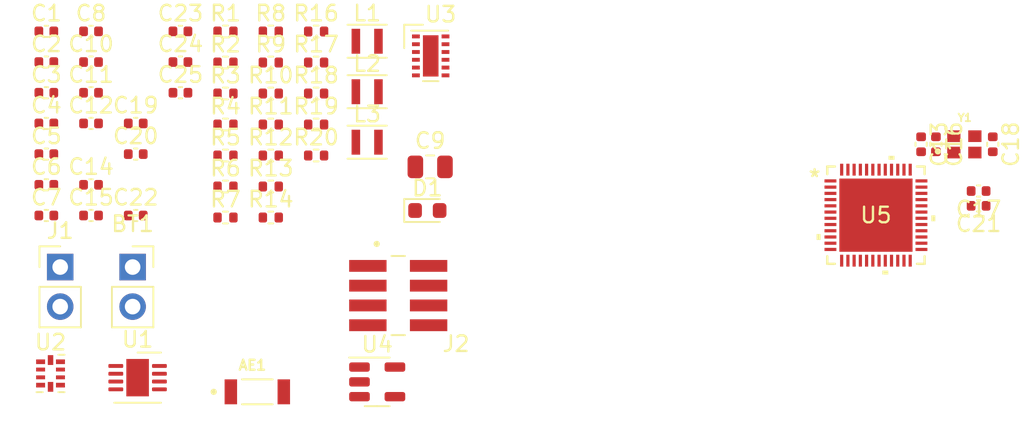
<source format=kicad_pcb>
(kicad_pcb (version 20221018) (generator pcbnew)
  (layers (0 "F.Cu" signal) (1 "In1.Cu" power) (2 "In2.Cu" power) (31 "B.Cu" signal) (34 "B.Paste" user) (35 "F.Paste" user) (36 "B.SilkS" user "B.Silkscreen") (37 "F.SilkS" user "F.Silkscreen") (38 "B.Mask" user) (39 "F.Mask" user) (44 "Edge.Cuts" user))
  (net 0 "")
  (net 1 "GND")
  (net 2 "+3V3")
  (net 3 "Net-(AE1-FEED)")
  (net 5 "Net-(BT1-+)")
  (net 6 "Net-(U1-OUT)")
  (net 7 "Net-(C1-Pad2)")
  (net 8 "Net-(U2-IN1+)")
  (net 9 "Net-(C2-Pad2)")
  (net 10 "Net-(U2-OUT2)")
  (net 11 "Net-(C3-Pad2)")
  (net 12 "Net-(U2-IN2+)")
  (net 13 "Net-(C5-Pad1)")
  (net 14 "Net-(U2-IN2-)")
  (net 15 "Net-(C7-Pad1)")
  (net 16 "STAGE_3_OUT")
  (net 17 "Net-(U4-CFLY+)")
  (net 18 "Net-(U4-CFLY-)")
  (net 19 "-3V3")
  (net 20 "Net-(U5-DEC1)")
  (net 21 "Net-(C15-Pad1)")
  (net 22 "Net-(U5-ANT)")
  (net 23 "Net-(U5-XC2)")
  (net 24 "Net-(U5-DEC3)")
  (net 25 "Net-(U5-XC1)")
  (net 26 "Net-(U5-DEC4)")
  (net 27 "Net-(U5-DEC2)")
  (net 28 "Net-(D1-A)")
  (net 29 "NRST")
  (net 30 "SWO")
  (net 31 "SWDCLK")
  (net 32 "SWDIO")
  (net 33 "Net-(U3-SW)")
  (net 34 "Net-(R3-Pad1)")
  (net 35 "Net-(R3-Pad2)")
  (net 36 "Net-(U2-IN1-)")
  (net 37 "Net-(U3-OSEL)")
  (net 38 "Net-(U5-P0.02{slash}AIN0)")
  (net 73 "/EEG-")
  (net 74 "/EEG+")
  (footprint "Capacitor_SMD:C_0402_1005Metric" (layer "F.Cu") (at 34.9925 49.24)
    (fp_text reference "C11" (at 0 -1.16) (layer "F.SilkS"))
    (fp_text value "1uF")
    (fp_line (start -0.107836 -0.36) (end 0.107836 -0.36) (stroke (width 0.12)) (layer "F.SilkS"))
    (fp_line (start -0.107836 0.36) (end 0.107836 0.36) (stroke (width 0.12)) (layer "F.SilkS"))
    (pad "1" smd roundrect (at -0.48 0) (size 0.56 0.62) (layers "F.Cu" "F.Paste" "F.Mask") (net 1 "GND"))
    (pad "2" smd roundrect (at 0.48 0) (size 0.56 0.62) (layers "F.Cu" "F.Paste" "F.Mask") (net 19 "-3V3"))
  )
  (footprint "Resistor_SMD:R_0402_1005Metric" (layer "F.Cu") (at 49.4425 49.29)
    (fp_text reference "R18" (at 0 -1.17) (layer "F.SilkS"))
    (fp_text value "1.1k")
    (fp_line (start -0.153641 -0.38) (end 0.153641 -0.38) (stroke (width 0.12)) (layer "F.SilkS"))
    (fp_line (start -0.153641 0.38) (end 0.153641 0.38) (stroke (width 0.12)) (layer "F.SilkS"))
    (pad "1" smd roundrect (at -0.51 0) (size 0.54 0.64) (layers "F.Cu" "F.Paste" "F.Mask") (net 5 "Net-(BT1-+)"))
    (pad "2" smd roundrect (at 0.51 0) (size 0.54 0.64) (layers "F.Cu" "F.Paste" "F.Mask") (net 28 "Net-(D1-A)"))
  )
  (footprint "Capacitor_SMD:C_0402_1005Metric" (layer "F.Cu") (at 32.1225 51.21)
    (fp_text reference "C4" (at 0 -1.16) (layer "F.SilkS"))
    (fp_text value "0.1uF")
    (fp_line (start -0.107836 -0.36) (end 0.107836 -0.36) (stroke (width 0.12)) (layer "F.SilkS"))
    (fp_line (start -0.107836 0.36) (end 0.107836 0.36) (stroke (width 0.12)) (layer "F.SilkS"))
    (pad "1" smd roundrect (at -0.48 0) (size 0.56 0.62) (layers "F.Cu" "F.Paste" "F.Mask") (net 1 "GND"))
    (pad "2" smd roundrect (at 0.48 0) (size 0.56 0.62) (layers "F.Cu" "F.Paste" "F.Mask") (net 12 "Net-(U2-IN2+)"))
  )
  (footprint "Resistor_SMD:R_0402_1005Metric" (layer "F.Cu") (at 49.4425 47.3)
    (fp_text reference "R17" (at 0 -1.17) (layer "F.SilkS"))
    (fp_text value "100k")
    (fp_line (start -0.153641 -0.38) (end 0.153641 -0.38) (stroke (width 0.12)) (layer "F.SilkS"))
    (fp_line (start -0.153641 0.38) (end 0.153641 0.38) (stroke (width 0.12)) (layer "F.SilkS"))
    (pad "1" smd roundrect (at -0.51 0) (size 0.54 0.64) (layers "F.Cu" "F.Paste" "F.Mask") (net 2 "+3V3"))
    (pad "2" smd roundrect (at 0.51 0) (size 0.54 0.64) (layers "F.Cu" "F.Paste" "F.Mask") (net 16 "STAGE_3_OUT"))
  )
  (footprint "Capacitor_SMD:C_0402_1005Metric" (layer "F.Cu") (at 91.97 56.5 180)
    (fp_text reference "C21" (at 0 -1.16) (layer "F.SilkS"))
    (fp_text value "~")
    (fp_line (start -0.107836 -0.36) (end 0.107836 -0.36) (stroke (width 0.12)) (layer "F.SilkS"))
    (fp_line (start -0.107836 0.36) (end 0.107836 0.36) (stroke (width 0.12)) (layer "F.SilkS"))
    (pad "1" smd roundrect (at -0.48 0 180) (size 0.56 0.62) (layers "F.Cu" "F.Paste" "F.Mask") (net 1 "GND"))
    (pad "2" smd roundrect (at 0.48 0 180) (size 0.56 0.62) (layers "F.Cu" "F.Paste" "F.Mask") (net 27 "Net-(U5-DEC2)"))
  )
  (footprint "Capacitor_SMD:C_0402_1005Metric" (layer "F.Cu") (at 91.97 55.55 180)
    (fp_text reference "C17" (at 0 -1.16) (layer "F.SilkS"))
    (fp_text value "100pF")
    (fp_line (start -0.107836 -0.36) (end 0.107836 -0.36) (stroke (width 0.12)) (layer "F.SilkS"))
    (fp_line (start -0.107836 0.36) (end 0.107836 0.36) (stroke (width 0.12)) (layer "F.SilkS"))
    (pad "1" smd roundrect (at -0.48 0 180) (size 0.56 0.62) (layers "F.Cu" "F.Paste" "F.Mask") (net 1 "GND"))
    (pad "2" smd roundrect (at 0.48 0 180) (size 0.56 0.62) (layers "F.Cu" "F.Paste" "F.Mask") (net 24 "Net-(U5-DEC3)"))
  )
  (footprint "Resistor_SMD:R_0402_1005Metric" (layer "F.Cu") (at 43.6225 45.31)
    (fp_text reference "R1" (at 0 -1.17) (layer "F.SilkS"))
    (fp_text value "68k")
    (fp_line (start -0.153641 -0.38) (end 0.153641 -0.38) (stroke (width 0.12)) (layer "F.SilkS"))
    (fp_line (start -0.153641 0.38) (end 0.153641 0.38) (stroke (width 0.12)) (layer "F.SilkS"))
    (pad "1" smd roundrect (at -0.51 0) (size 0.54 0.64) (layers "F.Cu" "F.Paste" "F.Mask") (net 74 "/EEG+"))
    (pad "2" smd roundrect (at 0.51 0) (size 0.54 0.64) (layers "F.Cu" "F.Paste" "F.Mask") (net 1 "GND"))
  )
  (footprint "Resistor_SMD:R_0402_1005Metric" (layer "F.Cu") (at 49.4425 53.27)
    (fp_text reference "R20" (at 0 -1.17) (layer "F.SilkS"))
    (fp_text value "10k")
    (fp_line (start -0.153641 -0.38) (end 0.153641 -0.38) (stroke (width 0.12)) (layer "F.SilkS"))
    (fp_line (start -0.153641 0.38) (end 0.153641 0.38) (stroke (width 0.12)) (layer "F.SilkS"))
    (pad "1" smd roundrect (at -0.51 0) (size 0.54 0.64) (layers "F.Cu" "F.Paste" "F.Mask") (net 16 "STAGE_3_OUT"))
    (pad "2" smd roundrect (at 0.51 0) (size 0.54 0.64) (layers "F.Cu" "F.Paste" "F.Mask") (net 38 "Net-(U5-P0.02{slash}AIN0)"))
  )
  (footprint "Library:XDCR_2450AT18B100E" (layer "F.Cu") (at 45.6675 68.44)
    (fp_text reference "AE1" (at -0.318 -1.7064) (layer "F.SilkS") (effects (font (size 0.64 0.64))))
    (fp_text value "Antenna_Chip")
    (fp_line (start -0.98 -0.8) (end 0.98 -0.8) (stroke (width 0.127)) (layer "F.SilkS"))
    (fp_line (start -0.98 0.8) (end 0.98 0.8) (stroke (width 0.127)) (layer "F.SilkS"))
    (fp_circle (center -2.8 0) (end -2.7 0) (stroke (width 0.2)) (fill none) (layer "F.SilkS"))
    (pad "1" smd rect (at -1.7 0) (size 0.8 1.6) (layers "F.Cu" "F.Paste" "F.Mask") (net 3 "Net-(AE1-FEED)"))
    (pad "2" smd rect (at 1.7 0) (size 0.8 1.6) (layers "F.Cu" "F.Paste" "F.Mask"))
  )
  (footprint "Capacitor_SMD:C_0402_1005Metric" (layer "F.Cu") (at 32.1225 53.18)
    (fp_text reference "C5" (at 0 -1.16) (layer "F.SilkS"))
    (fp_text value "0.1uF")
    (fp_line (start -0.107836 -0.36) (end 0.107836 -0.36) (stroke (width 0.12)) (layer "F.SilkS"))
    (fp_line (start -0.107836 0.36) (end 0.107836 0.36) (stroke (width 0.12)) (layer "F.SilkS"))
    (pad "1" smd roundrect (at -0.48 0) (size 0.56 0.62) (layers "F.Cu" "F.Paste" "F.Mask") (net 13 "Net-(C5-Pad1)"))
    (pad "2" smd roundrect (at 0.48 0) (size 0.56 0.62) (layers "F.Cu" "F.Paste" "F.Mask") (net 11 "Net-(C3-Pad2)"))
  )
  (footprint "Resistor_SMD:R_0402_1005Metric" (layer "F.Cu") (at 43.6225 53.27)
    (fp_text reference "R5" (at 0 -1.17) (layer "F.SilkS"))
    (fp_text value "1k")
    (fp_line (start -0.153641 -0.38) (end 0.153641 -0.38) (stroke (width 0.12)) (layer "F.SilkS"))
    (fp_line (start -0.153641 0.38) (end 0.153641 0.38) (stroke (width 0.12)) (layer "F.SilkS"))
    (pad "1" smd roundrect (at -0.51 0) (size 0.54 0.64) (layers "F.Cu" "F.Paste" "F.Mask") (net 7 "Net-(C1-Pad2)"))
    (pad "2" smd roundrect (at 0.51 0) (size 0.54 0.64) (layers "F.Cu" "F.Paste" "F.Mask") (net 8 "Net-(U2-IN1+)"))
  )
  (footprint "Inductor_SMD:L_Murata_DFE201610P" (layer "F.Cu") (at 52.7175 49.175)
    (fp_text reference "L2" (at 0 -1.8) (layer "F.SilkS"))
    (fp_text value "3.3nH")
    (fp_line (start -1.26 -1.06) (end 1.26 -1.06) (stroke (width 0.12)) (layer "F.SilkS"))
    (fp_line (start -1.26 1.06) (end 1.26 1.06) (stroke (width 0.12)) (layer "F.SilkS"))
    (pad "1" smd rect (at -0.725 0) (size 0.55 1.6) (layers "F.Cu" "F.Paste" "F.Mask") (net 21 "Net-(C15-Pad1)"))
    (pad "2" smd rect (at 0.725 0) (size 0.55 1.6) (layers "F.Cu" "F.Paste" "F.Mask") (net 3 "Net-(AE1-FEED)"))
  )
  (footprint "Package_TO_SOT_SMD:SOT-23-5" (layer "F.Cu") (at 53.3625 67.8)
    (fp_text reference "U4" (at 0 -2.4) (layer "F.SilkS"))
    (fp_text value "TPS60400")
    (fp_line (start 0 -1.56) (end -1.8 -1.56) (stroke (width 0.12)) (layer "F.SilkS"))
    (fp_line (start 0 -1.56) (end 0.8 -1.56) (stroke (width 0.12)) (layer "F.SilkS"))
    (fp_line (start 0 1.56) (end -0.8 1.56) (stroke (width 0.12)) (layer "F.SilkS"))
    (fp_line (start 0 1.56) (end 0.8 1.56) (stroke (width 0.12)) (layer "F.SilkS"))
    (pad "1" smd roundrect (at -1.1375 -0.95) (size 1.325 0.6) (layers "F.Cu" "F.Paste" "F.Mask") (net 19 "-3V3"))
    (pad "2" smd roundrect (at -1.1375 0) (size 1.325 0.6) (layers "F.Cu" "F.Paste" "F.Mask") (net 2 "+3V3"))
    (pad "3" smd roundrect (at -1.1375 0.95) (size 1.325 0.6) (layers "F.Cu" "F.Paste" "F.Mask") (net 18 "Net-(U4-CFLY-)"))
    (pad "4" smd roundrect (at 1.1375 0.95) (size 1.325 0.6) (layers "F.Cu" "F.Paste" "F.Mask") (net 1 "GND"))
    (pad "5" smd roundrect (at 1.1375 -0.95) (size 1.325 0.6) (layers "F.Cu" "F.Paste" "F.Mask") (net 17 "Net-(U4-CFLY+)"))
  )
  (footprint "Capacitor_SMD:C_0402_1005Metric" (layer "F.Cu") (at 34.9925 55.15)
    (fp_text reference "C14" (at 0 -1.16) (layer "F.SilkS"))
    (fp_text value "100nF")
    (fp_line (start -0.107836 -0.36) (end 0.107836 -0.36) (stroke (width 0.12)) (layer "F.SilkS"))
    (fp_line (start -0.107836 0.36) (end 0.107836 0.36) (stroke (width 0.12)) (layer "F.SilkS"))
    (pad "1" smd roundrect (at -0.48 0) (size 0.56 0.62) (layers "F.Cu" "F.Paste" "F.Mask") (net 2 "+3V3"))
    (pad "2" smd roundrect (at 0.48 0) (size 0.56 0.62) (layers "F.Cu" "F.Paste" "F.Mask") (net 1 "GND"))
  )
  (footprint "Capacitor_SMD:C_0402_1005Metric" (layer "F.Cu") (at 40.7325 47.27)
    (fp_text reference "C24" (at 0 -1.16) (layer "F.SilkS"))
    (fp_text value ".1uF")
    (fp_line (start -0.107836 -0.36) (end 0.107836 -0.36) (stroke (width 0.12)) (layer "F.SilkS"))
    (fp_line (start -0.107836 0.36) (end 0.107836 0.36) (stroke (width 0.12)) (layer "F.SilkS"))
    (pad "1" smd roundrect (at -0.48 0) (size 0.56 0.62) (layers "F.Cu" "F.Paste" "F.Mask") (net 2 "+3V3"))
    (pad "2" smd roundrect (at 0.48 0) (size 0.56 0.62) (layers "F.Cu" "F.Paste" "F.Mask") (net 1 "GND"))
  )
  (footprint "Connector_PinHeader_2.54mm:PinHeader_1x02_P2.54mm_Vertical" (layer "F.Cu") (at 33.0125 60.43)
    (fp_text reference "J1" (at 0 -2.33) (layer "F.SilkS"))
    (fp_text value "EEG_IN")
    (fp_line (start -1.33 -1.33) (end 0 -1.33) (stroke (width 0.12)) (layer "F.SilkS"))
    (fp_line (start -1.33 0) (end -1.33 -1.33) (stroke (width 0.12)) (layer "F.SilkS"))
    (fp_line (start -1.33 1.27) (end -1.33 3.87) (stroke (width 0.12)) (layer "F.SilkS"))
    (fp_line (start -1.33 1.27) (end 1.33 1.27) (stroke (width 0.12)) (layer "F.SilkS"))
    (fp_line (start -1.33 3.87) (end 1.33 3.87) (stroke (width 0.12)) (layer "F.SilkS"))
    (fp_line (start 1.33 1.27) (end 1.33 3.87) (stroke (width 0.12)) (layer "F.SilkS"))
    (pad "1" thru_hole rect (at 0 0) (size 1.7 1.7) (drill 1) (layers "*.Cu" "*.Mask") (net 73 "/EEG-"))
    (pad "2" thru_hole oval (at 0 2.54) (size 1.7 1.7) (drill 1) (layers "*.Cu" "*.Mask") (net 74 "/EEG+"))
  )
  (footprint "Resistor_SMD:R_0402_1005Metric" (layer "F.Cu") (at 43.6225 47.3)
    (fp_text reference "R2" (at 0 -1.17) (layer "F.SilkS"))
    (fp_text value "68k")
    (fp_line (start -0.153641 -0.38) (end 0.153641 -0.38) (stroke (width 0.12)) (layer "F.SilkS"))
    (fp_line (start -0.153641 0.38) (end 0.153641 0.38) (stroke (width 0.12)) (layer "F.SilkS"))
    (pad "1" smd roundrect (at -0.51 0) (size 0.54 0.64) (layers "F.Cu" "F.Paste" "F.Mask") (net 73 "/EEG-"))
    (pad "2" smd roundrect (at 0.51 0) (size 0.54 0.64) (layers "F.Cu" "F.Paste" "F.Mask") (net 1 "GND"))
  )
  (footprint "Capacitor_SMD:C_0402_1005Metric" (layer "F.Cu") (at 34.9925 45.3)
    (fp_text reference "C8" (at 0 -1.16) (layer "F.SilkS"))
    (fp_text value "2.2uF")
    (fp_line (start -0.107836 -0.36) (end 0.107836 -0.36) (stroke (width 0.12)) (layer "F.SilkS"))
    (fp_line (start -0.107836 0.36) (end 0.107836 0.36) (stroke (width 0.12)) (layer "F.SilkS"))
    (pad "1" smd roundrect (at -0.48 0) (size 0.56 0.62) (layers "F.Cu" "F.Paste" "F.Mask") (net 1 "GND"))
    (pad "2" smd roundrect (at 0.48 0) (size 0.56 0.62) (layers "F.Cu" "F.Paste" "F.Mask") (net 5 "Net-(BT1-+)"))
  )
  (footprint "Package_SON:WSON-12-1EP_3x2mm_P0.5mm_EP1x2.65" (layer "F.Cu") (at 56.7975 46.875)
    (fp_text reference "U3" (at 0.635 -2.667) (layer "F.SilkS"))
    (fp_text value "TPS61094")
    (fp_line (start -1.7 -2) (end -0.5 -2) (stroke (width 0.12)) (layer "F.SilkS"))
    (fp_line (start -1.7 -0.5) (end -1.7 -2) (stroke (width 0.12)) (layer "F.SilkS"))
    (fp_line (start -1.25 -1.62) (end 1.12 -1.62) (stroke (width 0.12)) (layer "F.SilkS"))
    (fp_line (start 0.5 1.62) (end -0.5 1.62) (stroke (width 0.12)) (layer "F.SilkS"))
    (pad "1" smd rect (at -0.95 -1.25) (size 0.5 0.25) (layers "F.Cu" "F.Paste" "F.Mask") (net 37 "Net-(U3-OSEL)"))
    (pad "2" smd rect (at -0.95 -0.75) (size 0.5 0.25) (layers "F.Cu" "F.Paste" "F.Mask") (net 5 "Net-(BT1-+)"))
    (pad "3" smd rect (at -0.95 -0.25) (size 0.5 0.25) (layers "F.Cu" "F.Paste" "F.Mask") (net 5 "Net-(BT1-+)"))
    (pad "4" smd rect (at -0.95 0.25) (size 0.5 0.25) (layers "F.Cu" "F.Paste" "F.Mask") (net 5 "Net-(BT1-+)"))
    (pad "5" smd rect (at -0.95 0.75) (size 0.5 0.25) (layers "F.Cu" "F.Paste" "F.Mask") (net 33 "Net-(U3-SW)"))
    (pad "6" smd rect (at -0.95 1.25) (size 0.5 0.25) (layers "F.Cu" "F.Paste" "F.Mask") (net 5 "Net-(BT1-+)"))
    (pad "7" smd rect (at 0.95 1.25) (size 0.5 0.25) (layers "F.Cu" "F.Paste" "F.Mask") (net 1 "GND"))
    (pad "8" smd rect (at 0.95 0.75) (size 0.5 0.25) (layers "F.Cu" "F.Paste" "F.Mask") (net 1 "GND"))
    (pad "9" smd rect (at 0.95 0.25) (size 0.5 0.25) (layers "F.Cu" "F.Paste" "F.Mask") (net 2 "+3V3"))
    (pad "10" smd rect (at 0.95 -0.25) (size 0.5 0.25) (layers "F.Cu" "F.Paste" "F.Mask") (net 2 "+3V3"))
    (pad "11" smd rect (at 0.95 -0.75) (size 0.5 0.25) (layers "F.Cu" "F.Paste" "F.Mask") (net 1 "GND"))
    (pad "12" smd rect (at 0.95 -1.25) (size 0.5 0.25) (layers "F.Cu" "F.Paste" "F.Mask") (net 1 "GND"))
    (pad "13" smd rect (at 0 0) (size 1 2.65) (layers "F.Cu" "F.Mask"))
  )
  (footprint "Capacitor_SMD:C_0402_1005Metric" (layer "F.Cu") (at 40.7325 45.3)
    (fp_text reference "C23" (at 0 -1.16) (layer "F.SilkS"))
    (fp_text value ".1uF")
    (fp_line (start -0.107836 -0.36) (end 0.107836 -0.36) (stroke (width 0.12)) (layer "F.SilkS"))
    (fp_line (start -0.107836 0.36) (end 0.107836 0.36) (stroke (width 0.12)) (layer "F.SilkS"))
    (pad "1" smd roundrect (at -0.48 0) (size 0.56 0.62) (layers "F.Cu" "F.Paste" "F.Mask") (net 1 "GND"))
    (pad "2" smd roundrect (at 0.48 0) (size 0.56 0.62) (layers "F.Cu" "F.Paste" "F.Mask") (net 19 "-3V3"))
  )
  (footprint "ECS_320_8_37CKM:XTAL_ECS-320-8-37CKM" (layer "F.Cu") (at 91.053999 52.554001)
    (fp_text reference "Y1" (at 0.024048 -1.707844) (layer "F.SilkS") (effects (font (size 0.480856 0.480856))))
    (fp_text value "32MHz")
    (fp_circle (center -1.7 0.45) (end -1.6 0.45) (stroke (width 0.2)) (fill none) (layer "F.SilkS"))
    (pad "1" smd rect (at -0.675 0.525) (size 0.85 0.75) (layers "F.Cu" "F.Paste" "F.Mask") (net 23 "Net-(U5-XC2)"))
    (pad "2" smd rect (at 0.675 0.525) (size 0.85 0.75) (layers "F.Cu" "F.Paste" "F.Mask") (net 1 "GND"))
    (pad "3" smd rect (at 0.675 -0.525) (size 0.85 0.75) (layers "F.Cu" "F.Paste" "F.Mask") (net 25 "Net-(U5-XC1)"))
    (pad "4" smd rect (at -0.675 -0.525) (size 0.85 0.75) (layers "F.Cu" "F.Paste" "F.Mask") (net 1 "GND"))
  )
  (footprint "Capacitor_SMD:C_0402_1005Metric" (layer "F.Cu") (at 88.278999 52.549001 -90)
    (fp_text reference "C13" (at 0 -1.16 90) (layer "F.SilkS"))
    (fp_text value "100nF")
    (fp_line (start -0.107836 -0.36) (end 0.107836 -0.36) (stroke (width 0.12)) (layer "F.SilkS"))
    (fp_line (start -0.107836 0.36) (end 0.107836 0.36) (stroke (width 0.12)) (layer "F.SilkS"))
    (pad "1" smd roundrect (at -0.48 0 270) (size 0.56 0.62) (layers "F.Cu" "F.Paste" "F.Mask") (net 1 "GND"))
    (pad "2" smd roundrect (at 0.48 0 270) (size 0.56 0.62) (layers "F.Cu" "F.Paste" "F.Mask") (net 2 "+3V3"))
  )
  (footprint "Capacitor_SMD:C_0402_1005Metric" (layer "F.Cu") (at 32.1225 45.3)
    (fp_text reference "C1" (at 0 -1.16) (layer "F.SilkS"))
    (fp_text value "10uF")
    (fp_line (start -0.107836 -0.36) (end 0.107836 -0.36) (stroke (width 0.12)) (layer "F.SilkS"))
    (fp_line (start -0.107836 0.36) (end 0.107836 0.36) (stroke (width 0.12)) (layer "F.SilkS"))
    (pad "1" smd roundrect (at -0.48 0) (size 0.56 0.62) (layers "F.Cu" "F.Paste" "F.Mask") (net 6 "Net-(U1-OUT)"))
    (pad "2" smd roundrect (at 0.48 0) (size 0.56 0.62) (layers "F.Cu" "F.Paste" "F.Mask") (net 7 "Net-(C1-Pad2)"))
  )
  (footprint "Capacitor_SMD:C_0402_1005Metric" (layer "F.Cu") (at 32.1225 57.12)
    (fp_text reference "C7" (at 0 -1.16) (layer "F.SilkS"))
    (fp_text value "10uF")
    (fp_line (start -0.107836 -0.36) (end 0.107836 -0.36) (stroke (width 0.12)) (layer "F.SilkS"))
    (fp_line (start -0.107836 0.36) (end 0.107836 0.36) (stroke (width 0.12)) (layer "F.SilkS"))
    (pad "1" smd roundrect (at -0.48 0) (size 0.56 0.62) (layers "F.Cu" "F.Paste" "F.Mask") (net 15 "Net-(C7-Pad1)"))
    (pad "2" smd roundrect (at 0.48 0) (size 0.56 0.62) (layers "F.Cu" "F.Paste" "F.Mask") (net 16 "STAGE_3_OUT"))
  )
  (footprint "Capacitor_SMD:C_0402_1005Metric" (layer "F.Cu") (at 34.9925 51.21)
    (fp_text reference "C12" (at 0 -1.16) (layer "F.SilkS"))
    (fp_text value "100nF")
    (fp_line (start -0.107836 -0.36) (end 0.107836 -0.36) (stroke (width 0.12)) (layer "F.SilkS"))
    (fp_line (start -0.107836 0.36) (end 0.107836 0.36) (stroke (width 0.12)) (layer "F.SilkS"))
    (pad "1" smd roundrect (at -0.48 0) (size 0.56 0.62) (layers "F.Cu" "F.Paste" "F.Mask") (net 20 "Net-(U5-DEC1)"))
    (pad "2" smd roundrect (at 0.48 0) (size 0.56 0.62) (layers "F.Cu" "F.Paste" "F.Mask") (net 1 "GND"))
  )
  (footprint "Capacitor_SMD:C_0805_2012Metric" (layer "F.Cu") (at 56.7625 54)
    (fp_text reference "C9" (at 0 -1.68) (layer "F.SilkS"))
    (fp_text value "33uF")
    (fp_line (start -0.261252 -0.735) (end 0.261252 -0.735) (stroke (width 0.12)) (layer "F.SilkS"))
    (fp_line (start -0.261252 0.735) (end 0.261252 0.735) (stroke (width 0.12)) (layer "F.SilkS"))
    (pad "1" smd roundrect (at -0.95 0) (size 1 1.45) (layers "F.Cu" "F.Paste" "F.Mask") (net 1 "GND"))
    (pad "2" smd roundrect (at 0.95 0) (size 1 1.45) (layers "F.Cu" "F.Paste" "F.Mask") (net 2 "+3V3"))
  )
  (footprint "Resistor_SMD:R_0402_1005Metric" (layer "F.Cu") (at 46.5325 57.25)
    (fp_text reference "R14" (at 0 -1.17) (layer "F.SilkS"))
    (fp_text value "10k")
    (fp_line (start -0.153641 -0.38) (end 0.153641 -0.38) (stroke (width 0.12)) (layer "F.SilkS"))
    (fp_line (start -0.153641 0.38) (end 0.153641 0.38) (stroke (width 0.12)) (layer "F.SilkS"))
    (pad "1" smd roundrect (at -0.51 0) (size 0.54 0.64) (layers "F.Cu" "F.Paste" "F.Mask") (net 11 "Net-(C3-Pad2)"))
    (pad "2" smd roundrect (at 0.51 0) (size 0.54 0.64) (layers "F.Cu" "F.Paste" "F.Mask") (net 15 "Net-(C7-Pad1)"))
  )
  (footprint "Inductor_SMD:L_Murata_DFE201610P" (layer "F.Cu") (at 52.7175 52.415)
    (fp_text reference "L3" (at 0 -1.8) (layer "F.SilkS"))
    (fp_text value "2.7nH")
    (fp_line (start -1.26 -1.06) (end 1.26 -1.06) (stroke (width 0.12)) (layer "F.SilkS"))
    (fp_line (start -1.26 1.06) (end 1.26 1.06) (stroke (width 0.12)) (layer "F.SilkS"))
    (pad "1" smd rect (at -0.725 0) (size 0.55 1.6) (layers "F.Cu" "F.Paste" "F.Mask") (net 1 "GND"))
    (pad "2" smd rect (at 0.725 0) (size 0.55 1.6) (layers "F.Cu" "F.Paste" "F.Mask") (net 21 "Net-(C15-Pad1)"))
  )
  (footprint "Capacitor_SMD:C_0402_1005Metric" (layer "F.Cu") (at 92.878999 52.549001 -90)
    (fp_text reference "C18" (at 0 -1.16 90) (layer "F.SilkS"))
    (fp_text value "12pF")
    (fp_line (start -0.107836 -0.36) (end 0.107836 -0.36) (stroke (width 0.12)) (layer "F.SilkS"))
    (fp_line (start -0.107836 0.36) (end 0.107836 0.36) (stroke (width 0.12)) (layer "F.SilkS"))
    (pad "1" smd roundrect (at -0.48 0 270) (size 0.56 0.62) (layers "F.Cu" "F.Paste" "F.Mask") (net 1 "GND"))
    (pad "2" smd roundrect (at 0.48 0 270) (size 0.56 0.62) (layers "F.Cu" "F.Paste" "F.Mask") (net 25 "Net-(U5-XC1)"))
  )
  (footprint "Capacitor_SMD:C_0402_1005Metric" (layer "F.Cu") (at 37.8625 51.21)
    (fp_text reference "C19" (at 0 -1.16) (layer "F.SilkS"))
    (fp_text value "1uF")
    (fp_line (start -0.107836 -0.36) (end 0.107836 -0.36) (stroke (width 0.12)) (layer "F.SilkS"))
    (fp_line (start -0.107836 0.36) (end 0.107836 0.36) (stroke (width 0.12)) (layer "F.SilkS"))
    (pad "1" smd roundrect (at -0.48 0) (size 0.56 0.62) (layers "F.Cu" "F.Paste" "F.Mask") (net 26 "Net-(U5-DEC4)"))
    (pad "2" smd roundrect (at 0.48 0) (size 0.56 0.62) (layers "F.Cu" "F.Paste" "F.Mask") (net 1 "GND"))
  )
  (footprint "Inductor_SMD:L_Murata_DFE201610P" (layer "F.Cu") (at 52.7175 45.935)
    (fp_text reference "L1" (at 0 -1.8) (layer "F.SilkS"))
    (fp_text value "2.2uH")
    (fp_line (start -1.26 -1.06) (end 1.26 -1.06) (stroke (width 0.12)) (layer "F.SilkS"))
    (fp_line (start -1.26 1.06) (end 1.26 1.06) (stroke (width 0.12)) (layer "F.SilkS"))
    (pad "1" smd rect (at -0.725 0) (size 0.55 1.6) (layers "F.Cu" "F.Paste" "F.Mask") (net 5 "Net-(BT1-+)"))
    (pad "2" smd rect (at 0.725 0) (size 0.55 1.6) (layers "F.Cu" "F.Paste" "F.Mask") (net 33 "Net-(U3-SW)"))
  )
  (footprint "Resistor_SMD:R_0402_1005Metric" (layer "F.Cu") (at 46.5325 55.26)
    (fp_text reference "R13" (at 0 -1.17) (layer "F.SilkS"))
    (fp_text value "49.9k")
    (fp_line (start -0.153641 -0.38) (end 0.153641 -0.38) (stroke (width 0.12)) (layer "F.SilkS"))
    (fp_line (start -0.153641 0.38) (end 0.153641 0.38) (stroke (width 0.12)) (layer "F.SilkS"))
    (pad "1" smd roundrect (at -0.51 0) (size 0.54 0.64) (layers "F.Cu" "F.Paste" "F.Mask") (net 14 "Net-(U2-IN2-)"))
    (pad "2" smd roundrect (at 0.51 0) (size 0.54 0.64) (layers "F.Cu" "F.Paste" "F.Mask") (net 11 "Net-(C3-Pad2)"))
  )
  (footprint "Resistor_SMD:R_0402_1005Metric" (layer "F.Cu") (at 46.5325 49.29)
    (fp_text reference "R10" (at 0 -1.17) (layer "F.SilkS"))
    (fp_text value "604")
    (fp_line (start -0.153641 -0.38) (end 0.153641 -0.38) (stroke (width 0.12)) (layer "F.SilkS"))
    (fp_line (start -0.153641 0.38) (end 0.153641 0.38) (stroke (width 0.12)) (layer "F.SilkS"))
    (pad "1" smd roundrect (at -0.51 0) (size 0.54 0.64) (layers "F.Cu" "F.Paste" "F.Mask") (net 9 "Net-(C2-Pad2)"))
    (pad "2" smd roundrect (at 0.51 0) (size 0.54 0.64) (layers "F.Cu" "F.Paste" "F.Mask") (net 13 "Net-(C5-Pad1)"))
  )
  (footprint "Capacitor_SMD:C_0402_1005Metric" (layer "F.Cu") (at 40.7325 49.24)
    (fp_text reference "C25" (at 0 -1.16) (layer "F.SilkS"))
    (fp_text value ".1uF")
    (fp_line (start -0.107836 -0.36) (end 0.107836 -0.36) (stroke (width 0.12)) (layer "F.SilkS"))
    (fp_line (start -0.107836 0.36) (end 0.107836 0.36) (stroke (width 0.12)) (layer "F.SilkS"))
    (pad "1" smd roundrect (at -0.48 0) (size 0.56 0.62) (layers "F.Cu" "F.Paste" "F.Mask") (net 1 "GND"))
    (pad "2" smd roundrect (at 0.48 0) (size 0.56 0.62) (layers "F.Cu" "F.Paste" "F.Mask") (net 19 "-3V3"))
  )
  (footprint "Resistor_SMD:R_0402_1005Metric" (layer "F.Cu") (at 46.5325 51.28)
    (fp_text reference "R11" (at 0 -1.17) (layer "F.SilkS"))
    (fp_text value "16k")
    (fp_line (start -0.153641 -0.38) (end 0.153641 -0.38) (stroke (width 0.12)) (layer "F.SilkS"))
    (fp_line (start -0.153641 0.38) (end 0.153641 0.38) (stroke (width 0.12)) (layer "F.SilkS"))
    (pad "1" smd roundrect (at -0.51 0) (size 0.54 0.64) (layers "F.Cu" "F.Paste" "F.Mask") (net 13 "Net-(C5-Pad1)"))
    (pad "2" smd roundrect (at 0.51 0) (size 0.54 0.64) (layers "F.Cu" "F.Paste" "F.Mask") (net 12 "Net-(U2-IN2+)"))
  )
  (footprint "Capacitor_SMD:C_0402_1005Metric" (layer "F.Cu") (at 89.228999 52.549001 -90)
    (fp_text reference "C16" (at 0 -1.16 90) (layer "F.SilkS"))
    (fp_text value "12pF")
    (fp_line (start -0.107836 -0.36) (end 0.107836 -0.36) (stroke (width 0.12)) (layer "F.SilkS"))
    (fp_line (start -0.107836 0.36) (end 0.107836 0.36) (stroke (width 0.12)) (layer "F.SilkS"))
    (pad "1" smd roundrect (at -0.48 0 270) (size 0.56 0.62) (layers "F.Cu" "F.Paste" "F.Mask") (net 1 "GND"))
    (pad "2" smd roundrect (at 0.48 0 270) (size 0.56 0.62) (layers "F.Cu" "F.Paste" "F.Mask") (net 23 "Net-(U5-XC2)"))
  )
  (footprint "Capacitor_SMD:C_0402_1005Metric" (layer "F.Cu") (at 37.8625 53.18)
    (fp_text reference "C20" (at 0 -1.16) (layer "F.SilkS"))
    (fp_text value "4.7uF")
    (fp_line (start -0.107836 -0.36) (end 0.107836 -0.36) (stroke (width 0.12)) (layer "F.SilkS"))
    (fp_line (start -0.107836 0.36) (end 0.107836 0.36) (stroke (width 0.12)) (layer "F.SilkS"))
    (pad "1" smd roundrect (at -0.48 0) (size 0.56 0.62) (layers "F.Cu" "F.Paste" "F.Mask") (net 2 "+3V3"))
    (pad "2" smd roundrect (at 0.48 0) (size 0.56 0.62) (layers "F.Cu" "F.Paste" "F.Mask") (net 1 "GND"))
  )
  (footprint "Resistor_SMD:R_0402_1005Metric" (layer "F.Cu") (at 49.4425 45.31)
    (fp_text reference "R16" (at 0 -1.17) (layer "F.SilkS"))
    (fp_text value "100k")
    (fp_line (start -0.153641 -0.38) (end 0.153641 -0.38) (stroke (width 0.12)) (layer "F.SilkS"))
    (fp_line (start -0.153641 0.38) (end 0.153641 0.38) (stroke (width 0.12)) (layer "F.SilkS"))
    (pad "1" smd roundrect (at -0.51 0) (size 0.54 0.64) (layers "F.Cu" "F.Paste" "F.Mask") (net 16 "STAGE_3_OUT"))
    (pad "2" smd roundrect (at 0.51 0) (size 0.54 0.64) (layers "F.Cu" "F.Paste" "F.Mask") (net 1 "GND"))
  )
  (footprint "Resistor_SMD:R_0402_1005Metric" (layer "F.Cu") (at 46.5325 45.31)
    (fp_text reference "R8" (at 0 -1.17) (layer "F.SilkS"))
    (fp_text value "100k")
    (fp_line (start -0.153641 -0.38) (end 0.153641 -0.38) (stroke (width 0.12)) (layer "F.SilkS"))
    (fp_line (start -0.153641 0.38) (end 0.153641 0.38) (stroke (width 0.12)) (layer "F.SilkS"))
    (pad "1" smd roundrect (at -0.51 0) (size 0.54 0.64) (layers "F.Cu" "F.Paste" "F.Mask") (net 11 "Net-(C3-Pad2)"))
    (pad "2" smd roundrect (at 0.51 0) (size 0.54 0.64) (layers "F.Cu" "F.Paste" "F.Mask") (net 1 "GND"))
  )
  (footprint "Capacitor_SMD:C_0402_1005Metric" (layer "F.Cu") (at 34.9925 57.12)
    (fp_text reference "C15" (at 0 -1.16) (layer "F.SilkS"))
    (fp_text value "1.2pF")
    (fp_line (start -0.107836 -0.36) (end 0.107836 -0.36) (stroke (width 0.12)) (layer "F.SilkS"))
    (fp_line (start -0.107836 0.36) (end 0.107836 0.36) (stroke (width 0.12)) (layer "F.SilkS"))
    (pad "1" smd roundrect (at -0.48 0) (size 0.56 0.62) (layers "F.Cu" "F.Paste" "F.Mask") (net 21 "Net-(C15-Pad1)"))
    (pad "2" smd roundrect (at 0.48 0) (size 0.56 0.62) (layers "F.Cu" "F.Paste" "F.Mask") (net 22 "Net-(U5-ANT)"))
  )
  (footprint "Capacitor_SMD:C_0402_1005Metric" (layer "F.Cu") (at 37.8625 57.12)
    (fp_text reference "C22" (at 0 -1.16) (layer "F.SilkS"))
    (fp_text value ".1uF")
    (fp_line (start -0.107836 -0.36) (end 0.107836 -0.36) (stroke (width 0.12)) (layer "F.SilkS"))
    (fp_line (start -0.107836 0.36) (end 0.107836 0.36) (stroke (width 0.12)) (layer "F.SilkS"))
    (pad "1" smd roundrect (at -0.48 0) (size 0.56 0.62) (layers "F.Cu" "F.Paste" "F.Mask") (net 1 "GND"))
    (pad "2" smd roundrect (at 0.48 0) (size 0.56 0.62) (layers "F.Cu" "F.Paste" "F.Mask") (net 2 "+3V3"))
  )
  (footprint "Capacitor_SMD:C_0402_1005Metric" (layer "F.Cu") (at 32.1225 55.15)
    (fp_text reference "C6" (at 0 -1.16) (layer "F.SilkS"))
    (fp_text value "10nF")
    (fp_line (start -0.107836 -0.36) (end 0.107836 -0.36) (stroke (width 0.12)) (layer "F.SilkS"))
    (fp_line (start -0.107836 0.36) (end 0.107836 0.36) (stroke (width 0.12)) (layer "F.SilkS"))
    (pad "1" smd roundrect (at -0.48 0) (size 0.56 0.62) (layers "F.Cu" "F.Paste" "F.Mask") (net 14 "Net-(U2-IN2-)"))
    (pad "2" smd roundrect (at 0.48 0) (size 0.56 0.62) (layers "F.Cu" "F.Paste" "F.Mask") (net 11 "Net-(C3-Pad2)"))
  )
  (footprint "LED_SMD:LED_0603_1608Metric" (layer "F.Cu") (at 56.5825 56.8)
    (fp_text reference "D1" (at 0 -1.43) (layer "F.SilkS"))
    (fp_text value "LED")
    (fp_line (start -1.485 -0.735) (end -1.485 0.735) (stroke (width 0.12)) (layer "F.SilkS"))
    (fp_line (start -1.485 0.735) (end 0.8 0.735) (stroke (width 0.12)) (layer "F.SilkS"))
    (fp_line (start 0.8 -0.735) (end -1.485 -0.735) (stroke (width 0.12)) (layer "F.SilkS"))
    (pad "1" smd roundrect (at -0.7875 0) (size 0.875 0.95) (layers "F.Cu" "F.Paste" "F.Mask") (net 1 "GND"))
    (pad "2" smd roundrect (at 0.7875 0) (size 0.875 0.95) (layers "F.Cu" "F.Paste" "F.Mask") (net 28 "Net-(D1-A)"))
  )
  (footprint "Capacitor_SMD:C_0402_1005Metric" (layer "F.Cu") (at 32.1225 49.24)
    (fp_text reference "C3" (at 0 -1.16) (layer "F.SilkS"))
    (fp_text value "0.1uF")
    (fp_line (start -0.107836 -0.36) (end 0.107836 -0.36) (stroke (width 0.12)) (layer "F.SilkS"))
    (fp_line (start -0.107836 0.36) (end 0.107836 0.36) (stroke (width 0.12)) (layer "F.SilkS"))
    (pad "1" smd roundrect (at -0.48 0) (size 0.56 0.62) (layers "F.Cu" "F.Paste" "F.Mask") (net 10 "Net-(U2-OUT2)"))
    (pad "2" smd roundrect (at 0.48 0) (size 0.56 0.62) (layers "F.Cu" "F.Paste" "F.Mask") (net 11 "Net-(C3-Pad2)"))
  )
  (footprint "Resistor_SMD:R_0402_1005Metric" (layer "F.Cu") (at 43.6225 51.28)
    (fp_text reference "R4" (at 0 -1.17) (layer "F.SilkS"))
    (fp_text value "100k")
    (fp_line (start -0.153641 -0.38) (end 0.153641 -0.38) (stroke (width 0.12)) (layer "F.SilkS"))
    (fp_line (start -0.153641 0.38) (end 0.153641 0.38) (stroke (width 0.12)) (layer "F.SilkS"))
    (pad "1" smd roundrect (at -0.51 0) (size 0.54 0.64) (layers "F.Cu" "F.Paste" "F.Mask") (net 7 "Net-(C1-Pad2)"))
    (pad "2" smd roundrect (at 0.51 0) (size 0.54 0.64) (layers "F.Cu" "F.Paste" "F.Mask") (net 1 "GND"))
  )
  (footprint "Resistor_SMD:R_0402_1005Metric" (layer "F.Cu") (at 43.6225 49.29)
    (fp_text reference "R3" (at 0 -1.17) (layer "F.SilkS"))
    (fp_text value "8.2k")
    (fp_line (start -0.153641 -0.38) (end 0.153641 -0.38) (stroke (width 0.12)) (layer "F.SilkS"))
    (fp_line (start -0.153641 0.38) (end 0.153641 0.38) (stroke (width 0.12)) (layer "F.SilkS"))
    (pad "1" smd roundrect (at -0.51 0) (size 0.54 0.64) (layers "F.Cu" "F.Paste" "F.Mask") (net 34 "Net-(R3-Pad1)"))
    (pad "2" smd roundrect (at 0.51 0) (size 0.54 0.64) (layers "F.Cu" "F.Paste" "F.Mask") (net 35 "Net-(R3-Pad2)"))
  )
  (footprint "20021121_00008C4LF:AMPHENOL_20021121-00008C4LF" (layer "F.Cu") (at 54.7755 62.26)
    (fp_text reference "J2" (at 3.65 3.1) (layer "F.SilkS"))
    (fp_text value "20021121-00008C4LF")
    (fp_line (start -0.493 -2.54) (end 0.367 -2.54) (stroke (width 0.127)) (layer "F.SilkS"))
    (fp_line (start 0.367 2.54) (end -0.493 2.54) (stroke (width 0.127)) (layer "F.SilkS"))
    (fp_circle (center -1.444 -3.315) (end -1.444 -3.215) (stroke (width 0.2)) (fill none) (layer "F.SilkS"))
    (pad "1" smd rect (at -2.013 -1.905 270) (size 0.76 2.4) (layers "F.Cu" "F.Paste" "F.Mask") (net 16 "STAGE_3_OUT"))
    (pad "2" smd rect (at -2.013 -0.635 270) (size 0.76 2.4) (layers "F.Cu" "F.Paste" "F.Mask") (net 2 "+3V3"))
    (pad "3" smd rect (at -2.013 0.635 270) (size 0.76 2.4) (layers "F.Cu" "F.Paste" "F.Mask") (net 1 "GND"))
    (pad "4" smd rect (at -2.013 1.905 270) (size 0.76 2.4) (layers "F.Cu" "F.Paste" "F.Mask") (net 1 "GND"))
    (pad "5" smd rect (at 1.887 1.905 270) (size 0.76 2.4) (layers "F.Cu" "F.Paste" "F.Mask") (net 30 "SWO"))
    (pad "6" smd rect (at 1.887 0.635 270) (size 0.76 2.4) (layers "F.Cu" "F.Paste" "F.Mask") (net 29 "NRST"))
    (pad "7" smd rect (at 1.887 -0.635 270) (size 0.76 2.4) (layers "F.Cu" "F.Paste" "F.Mask") (net 32 "SWDIO"))
    (pad "8" smd rect (at 1.887 -1.905 270) (size 0.76 2.4) (layers "F.Cu" "F.Paste" "F.Mask") (net 31 "SWDCLK"))
  )
  (footprint "Connector_PinSocket_2.54mm:PinSocket_1x02_P2.54mm_Vertical" (layer "F.Cu") (at 37.6625 60.43)
    (fp_text reference "BT1" (at 0 -2.77) (layer "F.SilkS"))
    (fp_text value "BHSD-1225-SM")
    (fp_line (start -1.33 1.27) (end -1.33 3.87) (stroke (width 0.12)) (layer "F.SilkS"))
    (fp_line (start -1.33 1.27) (end 1.33 1.27) (stroke (width 0.12)) (layer "F.SilkS"))
    (fp_line (start -1.33 3.87) (end 1.33 3.87) (stroke (width 0.12)) (layer "F.SilkS"))
    (fp_line (start 0 -1.33) (end 1.33 -1.33) (stroke (width 0.12)) (layer "F.SilkS"))
    (fp_line (start 1.33 -1.33) (end 1.33 0) (stroke (width 0.12)) (layer "F.SilkS"))
    (fp_line (start 1.33 1.27) (end 1.33 3.87) (stroke (width 0.12)) (layer "F.SilkS"))
    (pad "1" thru_hole rect (at 0 0) (size 1.7 1.7) (drill 1) (layers "*.Cu" "*.Mask") (net 5 "Net-(BT1-+)"))
    (pad "2" thru_hole oval (at 0 2.54) (size 1.7 1.7) (drill 1) (layers "*.Cu" "*.Mask") (net 1 "GND"))
  )
  (footprint "Capacitor_SMD:C_0402_1005Metric" (layer "F.Cu") (at 34.9925 47.27)
    (fp_text reference "C10" (at 0 -1.16) (layer "F.SilkS"))
    (fp_text value "1uF")
    (fp_line (start -0.107836 -0.36) (end 0.107836 -0.36) (stroke (width 0.12)) (layer "F.SilkS"))
    (fp_line (start -0.107836 0.36) (end 0.107836 0.36) (stroke (width 0.12)) (layer "F.SilkS"))
    (pad "1" smd roundrect (at -0.48 0) (size 0.56 0.62) (layers "F.Cu" "F.Paste" "F.Mask") (net 17 "Net-(U4-CFLY+)"))
    (pad "2" smd roundrect (at 0.48 0) (size 0.56 0.62) (layers "F.Cu" "F.Paste" "F.Mask") (net 18 "Net-(U4-CFLY-)"))
  )
  (footprint "Resistor_SMD:R_0402_1005Metric" (layer "F.Cu") (at 43.6225 55.26)
    (fp_text reference "R6" (at 0 -1.17) (layer "F.SilkS"))
    (fp_text value "20k")
    (fp_line (start -0.153641 -0.38) (end 0.153641 -0.38) (stroke (width 0.12)) (layer "F.SilkS"))
    (fp_line (start -0.153641 0.38) (end 0.153641 0.38) (stroke (width 0.12)) (layer "F.SilkS"))
    (pad "1" smd roundrect (at -0.51 0) (size 0.54 0.64) (layers "F.Cu" "F.Paste" "F.Mask") (net 8 "Net-(U2-IN1+)"))
    (pad "2" smd roundrect (at 0.51 0) (size 0.54 0.64) (layers "F.Cu" "F.Paste" "F.Mask") (net 36 "Net-(U2-IN1-)"))
  )
  (footprint "Package_SON:WSON-8-1EP_3x3mm_P0.5mm_EP1.45x2.4mm" (layer "F.Cu") (at 37.9825 67.53)
    (fp_text reference "U1" (at 0 -2.45) (layer "F.SilkS"))
    (fp_text value "INA819IDRGR")
    (fp_line (start -1.5 1.61) (end 1.5 1.61) (stroke (width 0.12)) (layer "F.SilkS"))
    (fp_line (start 0 -1.61) (end 1.5 -1.61) (stroke (width 0.12)) (layer "F.SilkS"))
    (pad "1" smd roundrect (at -1.4 -0.75) (size 0.95 0.25) (layers "F.Cu" "F.Paste" "F.Mask") (net 74 "/EEG+"))
    (pad "2" smd roundrect (at -1.4 -0.25) (size 0.95 0.25) (layers "F.Cu" "F.Paste" "F.Mask") (net 34 "Net-(R3-Pad1)"))
    (pad "3" smd roundrect (at -1.4 0.25) (size 0.95 0.25) (layers "F.Cu" "F.Paste" "F.Mask") (net 35 "Net-(R3-Pad2)"))
    (pad "4" smd roundrect (at -1.4 0.75) (size 0.95 0.25) (layers "F.Cu" "F.Paste" "F.Mask") (net 73 "/EEG-"))
    (pad "5" smd roundrect (at 1.4 0.75) (size 0.95 0.25) (layers "F.Cu" "F.Paste" "F.Mask") (net 19 "-3V3"))
    (pad "6" smd roundrect (at 1.4 0.25) (size 0.95 0.25) (layers "F.Cu" "F.Paste" "F.Mask") (net 1 "GND"))
    (pad "7" smd roundrect (at 1.4 -0.25) (size 0.95 0.25) (layers "F.Cu" "F.Paste" "F.Mask") (net 6 "Net-(U1-OUT)"))
    (pad "8" smd roundrect (at 1.4 -0.75) (size 0.95 0.25) (layers "F.Cu" "F.Paste" "F.Mask") (net 2 "+3V3"))
    (pad "9" smd rect (at 0 0) (size 1.45 2.4) (layers "F.Cu" "F.Mask"))
  )
  (footprint "Capacitor_SMD:C_0402_1005Metric" (layer "F.Cu") (at 32.1225 47.27)
    (fp_text reference "C2" (at 0 -1.16) (layer "F.SilkS"))
    (fp_text value "10uF")
    (fp_line (start -0.107836 -0.36) (end 0.107836 -0.36) (stroke (width 0.12)) (layer "F.SilkS"))
    (fp_line (start -0.107836 0.36) (end 0.107836 0.36) (stroke (width 0.12)) (layer "F.SilkS"))
    (pad "1" smd roundrect (at -0.48 0) (size 0.56 0.62) (layers "F.Cu" "F.Paste" "F.Mask") (net 8 "Net-(U2-IN1+)"))
    (pad "2" smd roundrect (at 0.48 0) (size 0.56 0.62) (layers "F.Cu" "F.Paste" "F.Mask") (net 9 "Net-(C2-Pad2)"))
  )
  (footprint "Library:QFN-48_NOR" (layer "F.Cu") (at 85.379 57.100001)
    (fp_text reference "U5" (at 0 0 unlocked) (layer "F.SilkS"))
    (fp_text value "NRF52832-QFAA-R")
    (fp_text user "*" (at -3.937 -2.4) (layer "F.SilkS"))
    (fp_text user "*" (at -3.937 -2.4 unlocked) (layer "F.SilkS"))
    (fp_line (start -3.1242 -3.1242) (end -3.1242 -2.634341) (stroke (width 0.1524)) (layer "F.SilkS"))
    (fp_line (start -3.1242 2.634341) (end -3.1242 3.1242) (stroke (width 0.1524)) (layer "F.SilkS"))
    (fp_line (start -3.1242 3.1242) (end -2.634341 3.1242) (stroke (width 0.1524)) (layer "F.SilkS"))
    (fp_line (start -2.634341 -3.1242) (end -3.1242 -3.1242) (stroke (width 0.1524)) (layer "F.SilkS"))
    (fp_line (start 2.634341 3.1242) (end 3.1242 3.1242) (stroke (width 0.1524)) (layer "F.SilkS"))
    (fp_line (start 3.1242 -3.1242) (end 2.634341 -3.1242) (stroke (width 0.1524)) (layer "F.SilkS"))
    (fp_line (start 3.1242 -2.634341) (end 3.1242 -3.1242) (stroke (width 0.1524)) (layer "F.SilkS"))
    (fp_line (start 3.1242 3.1242) (end 3.1242 2.634341) (stroke (width 0.1524)) (layer "F.SilkS"))
    (fp_poly (pts (xy -3.81 1.2095) (xy -3.81 1.5905) (xy -3.556 1.5905) (xy -3.556 1.2095)) (fill solid) (layer "F.SilkS"))
    (fp_poly (pts (xy 0.409499 3.556) (xy 0.409499 3.81) (xy 0.790499 3.81) (xy 0.790499 3.556)) (fill solid) (layer "F.SilkS"))
    (fp_poly (pts (xy 0.809501 -3.556) (xy 0.809501 -3.81) (xy 1.190501 -3.81) (xy 1.190501 -3.556)) (fill solid) (layer "F.SilkS"))
    (fp_poly (pts (xy 3.81 0.0095) (xy 3.81 0.3905) (xy 3.556 0.3905) (xy 3.556 0.0095)) (fill solid) (layer "F.SilkS"))
    (pad "1" smd rect (at -2.921 -2.200001 90) (size 0.2032 0.762) (layers "F.Cu" "F.Paste" "F.Mask") (net 20 "Net-(U5-DEC1)"))
    (pad "2" smd rect (at -2.921 -1.799999 90) (size 0.2032 0.762) (layers "F.Cu" "F.Paste" "F.Mask"))
    (pad "3" smd rect (at -2.921 -1.4 90) (size 0.2032 0.762) (layers "F.Cu" "F.Paste" "F.Mask"))
    (pad "4" smd rect (at -2.921 -1.000001 90) (size 0.2032 0.762) (layers "F.Cu" "F.Paste" "F.Mask") (net 38 "Net-(U5-P0.02{slash}AIN0)"))
    (pad "5" smd rect (at -2.921 -0.599999 90) (size 0.2032 0.762) (layers "F.Cu" "F.Paste" "F.Mask"))
    (pad "6" smd rect (at -2.921 -0.2 90) (size 0.2032 0.762) (layers "F.Cu" "F.Paste" "F.Mask"))
    (pad "7" smd rect (at -2.921 0.2 90) (size 0.2032 0.762) (layers "F.Cu" "F.Paste" "F.Mask"))
    (pad "8" smd rect (at -2.921 0.599999 90) (size 0.2032 0.762) (layers "F.Cu" "F.Paste" "F.Mask"))
    (pad "9" smd rect (at -2.921 1.000001 90) (size 0.2032 0.762) (layers "F.Cu" "F.Paste" "F.Mask"))
    (pad "10" smd rect (at -2.921 1.4 90) (size 0.2032 0.762) (layers "F.Cu" "F.Paste" "F.Mask"))
    (pad "11" smd rect (at -2.921 1.799999 90) (size 0.2032 0.762) (layers "F.Cu" "F.Paste" "F.Mask"))
    (pad "12" smd rect (at -2.921 2.200001 90) (size 0.2032 0.762) (layers "F.Cu" "F.Paste" "F.Mask"))
    (pad "13" smd rect (at -2.200001 2.921) (size 0.2032 0.762) (layers "F.Cu" "F.Paste" "F.Mask") (net 2 "+3V3"))
    (pad "14" smd rect (at -1.799999 2.921) (size 0.2032 0.762) (layers "F.Cu" "F.Paste" "F.Mask"))
    (pad "15" smd rect (at -1.4 2.921) (size 0.2032 0.762) (layers "F.Cu" "F.Paste" "F.Mask"))
    (pad "16" smd rect (at -1.000001 2.921) (size 0.2032 0.762) (layers "F.Cu" "F.Paste" "F.Mask"))
    (pad "17" smd rect (at -0.599999 2.921) (size 0.2032 0.762) (layers "F.Cu" "F.Paste" "F.Mask"))
    (pad "18" smd rect (at -0.2 2.921) (size 0.2032 0.762) (layers "F.Cu" "F.Paste" "F.Mask"))
    (pad "19" smd rect (at 0.2 2.921) (size 0.2032 0.762) (layers "F.Cu" "F.Paste" "F.Mask"))
    (pad "20" smd rect (at 0.599999 2.921) (size 0.2032 0.762) (layers "F.Cu" "F.Paste" "F.Mask"))
    (pad "21" smd rect (at 1.000001 2.921) (size 0.2032 0.762) (layers "F.Cu" "F.Paste" "F.Mask") (net 30 "SWO"))
    (pad "22" smd rect (at 1.4 2.921) (size 0.2032 0.762) (layers "F.Cu" "F.Paste" "F.Mask"))
    (pad "23" smd rect (at 1.799999 2.921) (size 0.2032 0.762) (layers "F.Cu" "F.Paste" "F.Mask"))
    (pad "24" smd rect (at 2.200001 2.921) (size 0.2032 0.762) (layers "F.Cu" "F.Paste" "F.Mask") (net 29 "NRST"))
    (pad "25" smd rect (at 2.921 2.200001 90) (size 0.2032 0.762) (layers "F.Cu" "F.Paste" "F.Mask") (net 31 "SWDCLK"))
    (pad "26" smd rect (at 2.921 1.799999 90) (size 0.2032 0.762) (layers "F.Cu" "F.Paste" "F.Mask") (net 32 "SWDIO"))
    (pad "27" smd rect (at 2.921 1.4 90) (size 0.2032 0.762) (layers "F.Cu" "F.Paste" "F.Mask"))
    (pad "28" smd rect (at 2.921 1.000001 90) (size 0.2032 0.762) (layers "F.Cu" "F.Paste" "F.Mask"))
    (pad "29" smd rect (at 2.921 0.599999 90) (size 0.2032 0.762) (layers "F.Cu" "F.Paste" "F.Mask"))
    (pad "30" smd rect (at 2.921 0.2 90) (size 0.2032 0.762) (layers "F.Cu" "F.Paste" "F.Mask") (net 22 "Net-(U5-ANT)"))
    (pad "31" smd rect (at 2.921 -0.2 90) (size 0.2032 0.762) (layers "F.Cu" "F.Paste" "F.Mask") (net 1 "GND"))
    (pad "32" smd rect (at 2.921 -0.599999 90) (size 0.2032 0.762) (layers "F.Cu" "F.Paste" "F.Mask") (net 27 "Net-(U5-DEC2)"))
    (pad "33" smd rect (at 2.921 -1.000001 90) (size 0.2032 0.762) (layers "F.Cu" "F.Paste" "F.Mask") (net 24 "Net-(U5-DEC3)"))
    (pad "34" smd rect (at 2.921 -1.4 90) (size 0.2032 0.762) (layers "F.Cu" "F.Paste" "F.Mask") (net 25 "Net-(U5-XC1)"))
    (pad "35" smd rect (at 2.921 -1.799999 90) (size 0.2032 0.762) (layers "F.Cu" "F.Paste" "F.Mask") (net 23 "Net-(U5-XC2)"))
    (pad "36" smd rect (at 2.921 -2.200001 90) (size 0.2032 0.762) (layers "F.Cu" "F.Paste" "F.Mask") (net 2 "+3V3"))
    (pad "37" smd rect (at 2.200001 -2.921) (size 0.2032 0.762) (layers "F.Cu" "F.Paste" "F.Mask"))
    (pad "38" smd rect (at 1.799999 -2.921) (size 0.2032 0.762) (layers "F.Cu" "F.Paste" "F.Mask"))
    (pad "39" smd rect (at 1.4 -2.921) (size 0.2032 0.762) (layers "F.Cu" "F.Paste" "F.Mask"))
    (pad "40" smd rect (at 1.000001 -2.921) (size 0.2032 0.762) (layers "F.Cu" "F.Paste" "F.Mask"))
    (pad "41" smd rect (at 0.599999 -2.921) (size 0.2032 0.762) (layers "F.Cu" "F.Paste" "F.Mask"))
    (pad "42" smd rect (at 0.2 -2.921) (size 0.2032 0.762) (layers "F.Cu" "F.Paste" "F.Mask"))
    (pad "43" smd rect (at -0.2 -2.921) (size 0.2032 0.762) (layers "F.Cu" "F.Paste" "F.Mask"))
    (pad "44" smd rect (at -0.599999 -2.921) (size 0.2032 0.762) (layers "F.Cu" "F.Paste" "F.Mask"))
    (pad "45" smd rect (at -1.000001 -2.921) (size 0.2032 0.762) (layers "F.Cu" "F.Paste" "F.Mask") (net 1 "GND"))
    (pad "46" smd rect (at -1.4 -2.921) (size 0.2032 0.762) (layers "F.Cu" "F.Paste" "F.Mask") (net 26 "Net-(U5-DEC4)"))
    (pad "47" smd rect (at -1.799999 -2.921) (size 0.2032 0.762) (layers "F.Cu" "F.Paste" "F.Mask"))
    (pad "48" smd rect (at -2.200001 -2.921) (size 0.2032 0.762) (layers "F.Cu" "F.Paste" "F.Mask") (net 2 "+3V3"))
    (pad "49" smd rect (at 0 0) (size 4.699 4.699) (layers "F.Cu" "F.Mask"))
  )
  (footprint "Resistor_SMD:R_0402_1005Metric" (layer "F.Cu") (at 49.4425 51.28)
    (fp_text reference "R19" (at 0 -1.17) (layer "F.SilkS"))
    (fp_text value "1.1k")
    (fp_line (start -0.153641 -0.38) (end 0.153641 -0.38) (stroke (width 0.12)) (layer "F.SilkS"))
    (fp_line (start -0.153641 0.38) (end 0.153641 0.38) (stroke (width 0.12)) (layer "F.SilkS"))
    (pad "1" smd roundrect (at -0.51 0) (size 0.54 0.64) (layers "F.Cu" "F.Paste" "F.Mask") (net 37 "Net-(U3-OSEL)"))
    (pad "2" smd roundrect (at 0.51 0) (size 0.54 0.64) (layers "F.Cu" "F.Paste" "F.Mask") (net 1 "GND"))
  )
  (footprint "Resistor_SMD:R_0402_1005Metric" (layer "F.Cu") (at 46.5325 47.3)
    (fp_text reference "R9" (at 0 -1.17) (layer "F.SilkS"))
    (fp_text value "100k")
    (fp_line (start -0.153641 -0.38) (end 0.153641 -0.38) (stroke (width 0.12)) (layer "F.SilkS"))
    (fp_line (start -0.153641 0.38) (end 0.153641 0.38) (stroke (width 0.12)) (layer "F.SilkS"))
    (pad "1" smd roundrect (at -0.51 0) (size 0.54 0.64) (layers "F.Cu" "F.Paste" "F.Mask") (net 9 "Net-(C2-Pad2)"))
    (pad "2" smd roundrect (at 0.51 0) (size 0.54 0.64) (layers "F.Cu" "F.Paste" "F.Mask") (net 1 "GND"))
  )
  (footprint "Resistor_SMD:R_0402_1005Metric" (layer "F.Cu") (at 43.6225 57.25)
    (fp_text reference "R7" (at 0 -1.17) (layer "F.SilkS"))
    (fp_text value "1k")
    (fp_line (start -0.153641 -0.38) (end 0.153641 -0.38) (stroke (width 0.12)) (layer "F.SilkS"))
    (fp_line (start -0.153641 0.38) (end 0.153641 0.38) (stroke (width 0.12)) (layer "F.SilkS"))
    (pad "1" smd roundrect (at -0.51 0) (size 0.54 0.64) (layers "F.Cu" "F.Paste" "F.Mask") (net 36 "Net-(U2-IN1-)"))
    (pad "2" smd roundrect (at 0.51 0) (size 0.54 0.64) (layers "F.Cu" "F.Paste" "F.Mask") (net 1 "GND"))
  )
  (footprint "Package_DFN_QFN:Texas_R-PUQFN-N10" (layer "F.Cu") (at 32.3925 67.26)
    (fp_text reference "U2" (at 0 -2) (layer "F.SilkS"))
    (fp_text value "TLV9102")
    (fp_line (start -0.5 1.2) (end -0.9 1.2) (stroke (width 0.12)) (layer "F.SilkS"))
    (fp_line (start 0.9 -1.2) (end 0.5 -1.2) (stroke (width 0.12)) (layer "F.SilkS"))
    (fp_line (start 0.9 1.2) (end 0.5 1.2) (stroke (width 0.12)) (layer "F.SilkS"))
    (pad "1" smd rect (at -0.6375 -0.75) (size 0.575 0.3) (layers "F.Cu" "F.Paste" "F.Mask") (net 19 "-3V3"))
    (pad "2" smd rect (at -0.6375 -0.25) (size 0.575 0.25) (layers "F.Cu" "F.Paste" "F.Mask"))
    (pad "3" smd rect (at -0.6375 0.25) (size 0.575 0.25) (layers "F.Cu" "F.Paste" "F.Mask"))
    (pad "4" smd rect (at -0.6375 0.75) (size 0.575 0.3) (layers "F.Cu" "F.Paste" "F.Mask") (net 12 "Net-(U2-IN2+)"))
    (pad "5" smd rect (at 0 0.86) (size 0.35 0.63) (layers "F.Cu" "F.Paste" "F.Mask") (net 14 "Net-(U2-IN2-)"))
    (pad "6" smd rect (at 0.6375 0.75) (size 0.575 0.3) (layers "F.Cu" "F.Paste" "F.Mask") (net 10 "Net-(U2-OUT2)"))
    (pad "7" smd rect (at 0.6375 0.25) (size 0.575 0.25) (layers "F.Cu" "F.Paste" "F.Mask") (net 2 "+3V3"))
    (pad "8" smd rect (at 0.6375 -0.25) (size 0.575 0.25) (layers "F.Cu" "F.Paste" "F.Mask") (net 8 "Net-(U2-IN1+)"))
    (pad "9" smd rect (at 0.6375 -0.75) (size 0.575 0.3) (layers "F.Cu" "F.Paste" "F.Mask") (net 36 "Net-(U2-IN1-)"))
    (pad "10" smd rect (at 0 -0.86) (size 0.35 0.63) (layers "F.Cu" "F.Paste" "F.Mask") (net 8 "Net-(U2-IN1+)"))
  )
  (footprint "Resistor_SMD:R_0402_1005Metric" (layer "F.Cu") (at 46.5325 53.27)
    (fp_text reference "R12" (at 0 -1.17) (layer "F.SilkS"))
    (fp_text value "2.49k")
    (fp_line (start -0.153641 -0.38) (end 0.153641 -0.38) (stroke (width 0.12)) (layer "F.SilkS"))
    (fp_line (start -0.153641 0.38) (end 0.153641 0.38) (stroke (width 0.12)) (layer "F.SilkS"))
    (pad "1" smd roundrect (at -0.51 0) (size 0.54 0.64) (layers "F.Cu" "F.Paste" "F.Mask") (net 1 "GND"))
    (pad "2" smd roundrect (at 0.51 0) (size 0.54 0.64) (layers "F.Cu" "F.Paste" "F.Mask") (net 14 "Net-(U2-IN2-)"))
  )
)
</source>
